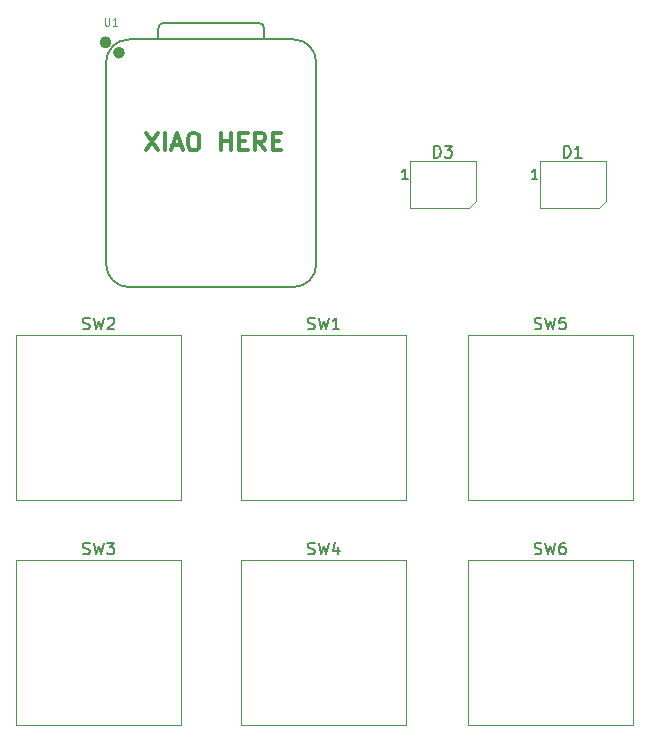
<source format=gbr>
%TF.GenerationSoftware,KiCad,Pcbnew,9.0.2*%
%TF.CreationDate,2025-07-08T20:10:04-07:00*%
%TF.ProjectId,Hackpad,4861636b-7061-4642-9e6b-696361645f70,rev?*%
%TF.SameCoordinates,Original*%
%TF.FileFunction,Legend,Top*%
%TF.FilePolarity,Positive*%
%FSLAX46Y46*%
G04 Gerber Fmt 4.6, Leading zero omitted, Abs format (unit mm)*
G04 Created by KiCad (PCBNEW 9.0.2) date 2025-07-08 20:10:04*
%MOMM*%
%LPD*%
G01*
G04 APERTURE LIST*
%ADD10C,0.300000*%
%ADD11C,0.150000*%
%ADD12C,0.101600*%
%ADD13C,0.120000*%
%ADD14C,0.504000*%
%ADD15C,0.127000*%
%ADD16C,0.100000*%
G04 APERTURE END LIST*
D10*
X146911653Y-92600828D02*
X147911653Y-94100828D01*
X147911653Y-92600828D02*
X146911653Y-94100828D01*
X148483081Y-94100828D02*
X148483081Y-92600828D01*
X149125939Y-93672257D02*
X149840225Y-93672257D01*
X148983082Y-94100828D02*
X149483082Y-92600828D01*
X149483082Y-92600828D02*
X149983082Y-94100828D01*
X150768796Y-92600828D02*
X151054510Y-92600828D01*
X151054510Y-92600828D02*
X151197367Y-92672257D01*
X151197367Y-92672257D02*
X151340224Y-92815114D01*
X151340224Y-92815114D02*
X151411653Y-93100828D01*
X151411653Y-93100828D02*
X151411653Y-93600828D01*
X151411653Y-93600828D02*
X151340224Y-93886542D01*
X151340224Y-93886542D02*
X151197367Y-94029400D01*
X151197367Y-94029400D02*
X151054510Y-94100828D01*
X151054510Y-94100828D02*
X150768796Y-94100828D01*
X150768796Y-94100828D02*
X150625939Y-94029400D01*
X150625939Y-94029400D02*
X150483081Y-93886542D01*
X150483081Y-93886542D02*
X150411653Y-93600828D01*
X150411653Y-93600828D02*
X150411653Y-93100828D01*
X150411653Y-93100828D02*
X150483081Y-92815114D01*
X150483081Y-92815114D02*
X150625939Y-92672257D01*
X150625939Y-92672257D02*
X150768796Y-92600828D01*
X153197367Y-94100828D02*
X153197367Y-92600828D01*
X153197367Y-93315114D02*
X154054510Y-93315114D01*
X154054510Y-94100828D02*
X154054510Y-92600828D01*
X154768796Y-93315114D02*
X155268796Y-93315114D01*
X155483082Y-94100828D02*
X154768796Y-94100828D01*
X154768796Y-94100828D02*
X154768796Y-92600828D01*
X154768796Y-92600828D02*
X155483082Y-92600828D01*
X156983082Y-94100828D02*
X156483082Y-93386542D01*
X156125939Y-94100828D02*
X156125939Y-92600828D01*
X156125939Y-92600828D02*
X156697368Y-92600828D01*
X156697368Y-92600828D02*
X156840225Y-92672257D01*
X156840225Y-92672257D02*
X156911654Y-92743685D01*
X156911654Y-92743685D02*
X156983082Y-92886542D01*
X156983082Y-92886542D02*
X156983082Y-93100828D01*
X156983082Y-93100828D02*
X156911654Y-93243685D01*
X156911654Y-93243685D02*
X156840225Y-93315114D01*
X156840225Y-93315114D02*
X156697368Y-93386542D01*
X156697368Y-93386542D02*
X156125939Y-93386542D01*
X157625939Y-93315114D02*
X158125939Y-93315114D01*
X158340225Y-94100828D02*
X157625939Y-94100828D01*
X157625939Y-94100828D02*
X157625939Y-92600828D01*
X157625939Y-92600828D02*
X158340225Y-92600828D01*
D11*
X171261905Y-94704819D02*
X171261905Y-93704819D01*
X171261905Y-93704819D02*
X171500000Y-93704819D01*
X171500000Y-93704819D02*
X171642857Y-93752438D01*
X171642857Y-93752438D02*
X171738095Y-93847676D01*
X171738095Y-93847676D02*
X171785714Y-93942914D01*
X171785714Y-93942914D02*
X171833333Y-94133390D01*
X171833333Y-94133390D02*
X171833333Y-94276247D01*
X171833333Y-94276247D02*
X171785714Y-94466723D01*
X171785714Y-94466723D02*
X171738095Y-94561961D01*
X171738095Y-94561961D02*
X171642857Y-94657200D01*
X171642857Y-94657200D02*
X171500000Y-94704819D01*
X171500000Y-94704819D02*
X171261905Y-94704819D01*
X172166667Y-93704819D02*
X172785714Y-93704819D01*
X172785714Y-93704819D02*
X172452381Y-94085771D01*
X172452381Y-94085771D02*
X172595238Y-94085771D01*
X172595238Y-94085771D02*
X172690476Y-94133390D01*
X172690476Y-94133390D02*
X172738095Y-94181009D01*
X172738095Y-94181009D02*
X172785714Y-94276247D01*
X172785714Y-94276247D02*
X172785714Y-94514342D01*
X172785714Y-94514342D02*
X172738095Y-94609580D01*
X172738095Y-94609580D02*
X172690476Y-94657200D01*
X172690476Y-94657200D02*
X172595238Y-94704819D01*
X172595238Y-94704819D02*
X172309524Y-94704819D01*
X172309524Y-94704819D02*
X172214286Y-94657200D01*
X172214286Y-94657200D02*
X172166667Y-94609580D01*
X169028571Y-96487295D02*
X168571428Y-96487295D01*
X168800000Y-96487295D02*
X168800000Y-95687295D01*
X168800000Y-95687295D02*
X168723809Y-95801580D01*
X168723809Y-95801580D02*
X168647619Y-95877771D01*
X168647619Y-95877771D02*
X168571428Y-95915866D01*
X182261905Y-94704819D02*
X182261905Y-93704819D01*
X182261905Y-93704819D02*
X182500000Y-93704819D01*
X182500000Y-93704819D02*
X182642857Y-93752438D01*
X182642857Y-93752438D02*
X182738095Y-93847676D01*
X182738095Y-93847676D02*
X182785714Y-93942914D01*
X182785714Y-93942914D02*
X182833333Y-94133390D01*
X182833333Y-94133390D02*
X182833333Y-94276247D01*
X182833333Y-94276247D02*
X182785714Y-94466723D01*
X182785714Y-94466723D02*
X182738095Y-94561961D01*
X182738095Y-94561961D02*
X182642857Y-94657200D01*
X182642857Y-94657200D02*
X182500000Y-94704819D01*
X182500000Y-94704819D02*
X182261905Y-94704819D01*
X183785714Y-94704819D02*
X183214286Y-94704819D01*
X183500000Y-94704819D02*
X183500000Y-93704819D01*
X183500000Y-93704819D02*
X183404762Y-93847676D01*
X183404762Y-93847676D02*
X183309524Y-93942914D01*
X183309524Y-93942914D02*
X183214286Y-93990533D01*
X180028571Y-96487295D02*
X179571428Y-96487295D01*
X179800000Y-96487295D02*
X179800000Y-95687295D01*
X179800000Y-95687295D02*
X179723809Y-95801580D01*
X179723809Y-95801580D02*
X179647619Y-95877771D01*
X179647619Y-95877771D02*
X179571428Y-95915866D01*
X179776667Y-128264450D02*
X179919524Y-128312069D01*
X179919524Y-128312069D02*
X180157619Y-128312069D01*
X180157619Y-128312069D02*
X180252857Y-128264450D01*
X180252857Y-128264450D02*
X180300476Y-128216830D01*
X180300476Y-128216830D02*
X180348095Y-128121592D01*
X180348095Y-128121592D02*
X180348095Y-128026354D01*
X180348095Y-128026354D02*
X180300476Y-127931116D01*
X180300476Y-127931116D02*
X180252857Y-127883497D01*
X180252857Y-127883497D02*
X180157619Y-127835878D01*
X180157619Y-127835878D02*
X179967143Y-127788259D01*
X179967143Y-127788259D02*
X179871905Y-127740640D01*
X179871905Y-127740640D02*
X179824286Y-127693021D01*
X179824286Y-127693021D02*
X179776667Y-127597783D01*
X179776667Y-127597783D02*
X179776667Y-127502545D01*
X179776667Y-127502545D02*
X179824286Y-127407307D01*
X179824286Y-127407307D02*
X179871905Y-127359688D01*
X179871905Y-127359688D02*
X179967143Y-127312069D01*
X179967143Y-127312069D02*
X180205238Y-127312069D01*
X180205238Y-127312069D02*
X180348095Y-127359688D01*
X180681429Y-127312069D02*
X180919524Y-128312069D01*
X180919524Y-128312069D02*
X181110000Y-127597783D01*
X181110000Y-127597783D02*
X181300476Y-128312069D01*
X181300476Y-128312069D02*
X181538572Y-127312069D01*
X182348095Y-127312069D02*
X182157619Y-127312069D01*
X182157619Y-127312069D02*
X182062381Y-127359688D01*
X182062381Y-127359688D02*
X182014762Y-127407307D01*
X182014762Y-127407307D02*
X181919524Y-127550164D01*
X181919524Y-127550164D02*
X181871905Y-127740640D01*
X181871905Y-127740640D02*
X181871905Y-128121592D01*
X181871905Y-128121592D02*
X181919524Y-128216830D01*
X181919524Y-128216830D02*
X181967143Y-128264450D01*
X181967143Y-128264450D02*
X182062381Y-128312069D01*
X182062381Y-128312069D02*
X182252857Y-128312069D01*
X182252857Y-128312069D02*
X182348095Y-128264450D01*
X182348095Y-128264450D02*
X182395714Y-128216830D01*
X182395714Y-128216830D02*
X182443333Y-128121592D01*
X182443333Y-128121592D02*
X182443333Y-127883497D01*
X182443333Y-127883497D02*
X182395714Y-127788259D01*
X182395714Y-127788259D02*
X182348095Y-127740640D01*
X182348095Y-127740640D02*
X182252857Y-127693021D01*
X182252857Y-127693021D02*
X182062381Y-127693021D01*
X182062381Y-127693021D02*
X181967143Y-127740640D01*
X181967143Y-127740640D02*
X181919524Y-127788259D01*
X181919524Y-127788259D02*
X181871905Y-127883497D01*
X179776667Y-109214450D02*
X179919524Y-109262069D01*
X179919524Y-109262069D02*
X180157619Y-109262069D01*
X180157619Y-109262069D02*
X180252857Y-109214450D01*
X180252857Y-109214450D02*
X180300476Y-109166830D01*
X180300476Y-109166830D02*
X180348095Y-109071592D01*
X180348095Y-109071592D02*
X180348095Y-108976354D01*
X180348095Y-108976354D02*
X180300476Y-108881116D01*
X180300476Y-108881116D02*
X180252857Y-108833497D01*
X180252857Y-108833497D02*
X180157619Y-108785878D01*
X180157619Y-108785878D02*
X179967143Y-108738259D01*
X179967143Y-108738259D02*
X179871905Y-108690640D01*
X179871905Y-108690640D02*
X179824286Y-108643021D01*
X179824286Y-108643021D02*
X179776667Y-108547783D01*
X179776667Y-108547783D02*
X179776667Y-108452545D01*
X179776667Y-108452545D02*
X179824286Y-108357307D01*
X179824286Y-108357307D02*
X179871905Y-108309688D01*
X179871905Y-108309688D02*
X179967143Y-108262069D01*
X179967143Y-108262069D02*
X180205238Y-108262069D01*
X180205238Y-108262069D02*
X180348095Y-108309688D01*
X180681429Y-108262069D02*
X180919524Y-109262069D01*
X180919524Y-109262069D02*
X181110000Y-108547783D01*
X181110000Y-108547783D02*
X181300476Y-109262069D01*
X181300476Y-109262069D02*
X181538572Y-108262069D01*
X182395714Y-108262069D02*
X181919524Y-108262069D01*
X181919524Y-108262069D02*
X181871905Y-108738259D01*
X181871905Y-108738259D02*
X181919524Y-108690640D01*
X181919524Y-108690640D02*
X182014762Y-108643021D01*
X182014762Y-108643021D02*
X182252857Y-108643021D01*
X182252857Y-108643021D02*
X182348095Y-108690640D01*
X182348095Y-108690640D02*
X182395714Y-108738259D01*
X182395714Y-108738259D02*
X182443333Y-108833497D01*
X182443333Y-108833497D02*
X182443333Y-109071592D01*
X182443333Y-109071592D02*
X182395714Y-109166830D01*
X182395714Y-109166830D02*
X182348095Y-109214450D01*
X182348095Y-109214450D02*
X182252857Y-109262069D01*
X182252857Y-109262069D02*
X182014762Y-109262069D01*
X182014762Y-109262069D02*
X181919524Y-109214450D01*
X181919524Y-109214450D02*
X181871905Y-109166830D01*
D12*
X143416190Y-82903479D02*
X143416190Y-83417526D01*
X143416190Y-83417526D02*
X143446428Y-83478002D01*
X143446428Y-83478002D02*
X143476666Y-83508241D01*
X143476666Y-83508241D02*
X143537142Y-83538479D01*
X143537142Y-83538479D02*
X143658095Y-83538479D01*
X143658095Y-83538479D02*
X143718571Y-83508241D01*
X143718571Y-83508241D02*
X143748809Y-83478002D01*
X143748809Y-83478002D02*
X143779047Y-83417526D01*
X143779047Y-83417526D02*
X143779047Y-82903479D01*
X144414047Y-83538479D02*
X144051190Y-83538479D01*
X144232618Y-83538479D02*
X144232618Y-82903479D01*
X144232618Y-82903479D02*
X144172142Y-82994193D01*
X144172142Y-82994193D02*
X144111666Y-83054669D01*
X144111666Y-83054669D02*
X144051190Y-83084907D01*
D11*
X160591667Y-128264450D02*
X160734524Y-128312069D01*
X160734524Y-128312069D02*
X160972619Y-128312069D01*
X160972619Y-128312069D02*
X161067857Y-128264450D01*
X161067857Y-128264450D02*
X161115476Y-128216830D01*
X161115476Y-128216830D02*
X161163095Y-128121592D01*
X161163095Y-128121592D02*
X161163095Y-128026354D01*
X161163095Y-128026354D02*
X161115476Y-127931116D01*
X161115476Y-127931116D02*
X161067857Y-127883497D01*
X161067857Y-127883497D02*
X160972619Y-127835878D01*
X160972619Y-127835878D02*
X160782143Y-127788259D01*
X160782143Y-127788259D02*
X160686905Y-127740640D01*
X160686905Y-127740640D02*
X160639286Y-127693021D01*
X160639286Y-127693021D02*
X160591667Y-127597783D01*
X160591667Y-127597783D02*
X160591667Y-127502545D01*
X160591667Y-127502545D02*
X160639286Y-127407307D01*
X160639286Y-127407307D02*
X160686905Y-127359688D01*
X160686905Y-127359688D02*
X160782143Y-127312069D01*
X160782143Y-127312069D02*
X161020238Y-127312069D01*
X161020238Y-127312069D02*
X161163095Y-127359688D01*
X161496429Y-127312069D02*
X161734524Y-128312069D01*
X161734524Y-128312069D02*
X161925000Y-127597783D01*
X161925000Y-127597783D02*
X162115476Y-128312069D01*
X162115476Y-128312069D02*
X162353572Y-127312069D01*
X163163095Y-127645402D02*
X163163095Y-128312069D01*
X162925000Y-127264450D02*
X162686905Y-127978735D01*
X162686905Y-127978735D02*
X163305952Y-127978735D01*
X141541667Y-128264450D02*
X141684524Y-128312069D01*
X141684524Y-128312069D02*
X141922619Y-128312069D01*
X141922619Y-128312069D02*
X142017857Y-128264450D01*
X142017857Y-128264450D02*
X142065476Y-128216830D01*
X142065476Y-128216830D02*
X142113095Y-128121592D01*
X142113095Y-128121592D02*
X142113095Y-128026354D01*
X142113095Y-128026354D02*
X142065476Y-127931116D01*
X142065476Y-127931116D02*
X142017857Y-127883497D01*
X142017857Y-127883497D02*
X141922619Y-127835878D01*
X141922619Y-127835878D02*
X141732143Y-127788259D01*
X141732143Y-127788259D02*
X141636905Y-127740640D01*
X141636905Y-127740640D02*
X141589286Y-127693021D01*
X141589286Y-127693021D02*
X141541667Y-127597783D01*
X141541667Y-127597783D02*
X141541667Y-127502545D01*
X141541667Y-127502545D02*
X141589286Y-127407307D01*
X141589286Y-127407307D02*
X141636905Y-127359688D01*
X141636905Y-127359688D02*
X141732143Y-127312069D01*
X141732143Y-127312069D02*
X141970238Y-127312069D01*
X141970238Y-127312069D02*
X142113095Y-127359688D01*
X142446429Y-127312069D02*
X142684524Y-128312069D01*
X142684524Y-128312069D02*
X142875000Y-127597783D01*
X142875000Y-127597783D02*
X143065476Y-128312069D01*
X143065476Y-128312069D02*
X143303572Y-127312069D01*
X143589286Y-127312069D02*
X144208333Y-127312069D01*
X144208333Y-127312069D02*
X143875000Y-127693021D01*
X143875000Y-127693021D02*
X144017857Y-127693021D01*
X144017857Y-127693021D02*
X144113095Y-127740640D01*
X144113095Y-127740640D02*
X144160714Y-127788259D01*
X144160714Y-127788259D02*
X144208333Y-127883497D01*
X144208333Y-127883497D02*
X144208333Y-128121592D01*
X144208333Y-128121592D02*
X144160714Y-128216830D01*
X144160714Y-128216830D02*
X144113095Y-128264450D01*
X144113095Y-128264450D02*
X144017857Y-128312069D01*
X144017857Y-128312069D02*
X143732143Y-128312069D01*
X143732143Y-128312069D02*
X143636905Y-128264450D01*
X143636905Y-128264450D02*
X143589286Y-128216830D01*
X141541667Y-109214450D02*
X141684524Y-109262069D01*
X141684524Y-109262069D02*
X141922619Y-109262069D01*
X141922619Y-109262069D02*
X142017857Y-109214450D01*
X142017857Y-109214450D02*
X142065476Y-109166830D01*
X142065476Y-109166830D02*
X142113095Y-109071592D01*
X142113095Y-109071592D02*
X142113095Y-108976354D01*
X142113095Y-108976354D02*
X142065476Y-108881116D01*
X142065476Y-108881116D02*
X142017857Y-108833497D01*
X142017857Y-108833497D02*
X141922619Y-108785878D01*
X141922619Y-108785878D02*
X141732143Y-108738259D01*
X141732143Y-108738259D02*
X141636905Y-108690640D01*
X141636905Y-108690640D02*
X141589286Y-108643021D01*
X141589286Y-108643021D02*
X141541667Y-108547783D01*
X141541667Y-108547783D02*
X141541667Y-108452545D01*
X141541667Y-108452545D02*
X141589286Y-108357307D01*
X141589286Y-108357307D02*
X141636905Y-108309688D01*
X141636905Y-108309688D02*
X141732143Y-108262069D01*
X141732143Y-108262069D02*
X141970238Y-108262069D01*
X141970238Y-108262069D02*
X142113095Y-108309688D01*
X142446429Y-108262069D02*
X142684524Y-109262069D01*
X142684524Y-109262069D02*
X142875000Y-108547783D01*
X142875000Y-108547783D02*
X143065476Y-109262069D01*
X143065476Y-109262069D02*
X143303572Y-108262069D01*
X143636905Y-108357307D02*
X143684524Y-108309688D01*
X143684524Y-108309688D02*
X143779762Y-108262069D01*
X143779762Y-108262069D02*
X144017857Y-108262069D01*
X144017857Y-108262069D02*
X144113095Y-108309688D01*
X144113095Y-108309688D02*
X144160714Y-108357307D01*
X144160714Y-108357307D02*
X144208333Y-108452545D01*
X144208333Y-108452545D02*
X144208333Y-108547783D01*
X144208333Y-108547783D02*
X144160714Y-108690640D01*
X144160714Y-108690640D02*
X143589286Y-109262069D01*
X143589286Y-109262069D02*
X144208333Y-109262069D01*
X160591667Y-109214450D02*
X160734524Y-109262069D01*
X160734524Y-109262069D02*
X160972619Y-109262069D01*
X160972619Y-109262069D02*
X161067857Y-109214450D01*
X161067857Y-109214450D02*
X161115476Y-109166830D01*
X161115476Y-109166830D02*
X161163095Y-109071592D01*
X161163095Y-109071592D02*
X161163095Y-108976354D01*
X161163095Y-108976354D02*
X161115476Y-108881116D01*
X161115476Y-108881116D02*
X161067857Y-108833497D01*
X161067857Y-108833497D02*
X160972619Y-108785878D01*
X160972619Y-108785878D02*
X160782143Y-108738259D01*
X160782143Y-108738259D02*
X160686905Y-108690640D01*
X160686905Y-108690640D02*
X160639286Y-108643021D01*
X160639286Y-108643021D02*
X160591667Y-108547783D01*
X160591667Y-108547783D02*
X160591667Y-108452545D01*
X160591667Y-108452545D02*
X160639286Y-108357307D01*
X160639286Y-108357307D02*
X160686905Y-108309688D01*
X160686905Y-108309688D02*
X160782143Y-108262069D01*
X160782143Y-108262069D02*
X161020238Y-108262069D01*
X161020238Y-108262069D02*
X161163095Y-108309688D01*
X161496429Y-108262069D02*
X161734524Y-109262069D01*
X161734524Y-109262069D02*
X161925000Y-108547783D01*
X161925000Y-108547783D02*
X162115476Y-109262069D01*
X162115476Y-109262069D02*
X162353572Y-108262069D01*
X163258333Y-109262069D02*
X162686905Y-109262069D01*
X162972619Y-109262069D02*
X162972619Y-108262069D01*
X162972619Y-108262069D02*
X162877381Y-108404926D01*
X162877381Y-108404926D02*
X162782143Y-108500164D01*
X162782143Y-108500164D02*
X162686905Y-108547783D01*
D13*
%TO.C,D3*%
X169200000Y-95000000D02*
X169200000Y-99000000D01*
X169200000Y-95000000D02*
X174800000Y-95000000D01*
X169200000Y-99000000D02*
X174200000Y-99000000D01*
X174800000Y-98400000D02*
X174200000Y-99000000D01*
X174800000Y-98400000D02*
X174800000Y-95000000D01*
%TO.C,D1*%
X180200000Y-95000000D02*
X180200000Y-99000000D01*
X180200000Y-95000000D02*
X185800000Y-95000000D01*
X180200000Y-99000000D02*
X185200000Y-99000000D01*
X185800000Y-98400000D02*
X185200000Y-99000000D01*
X185800000Y-98400000D02*
X185800000Y-95000000D01*
%TO.C,SW6*%
X174125000Y-128746250D02*
X188095000Y-128746250D01*
X174125000Y-142716250D02*
X174125000Y-128746250D01*
X188095000Y-128746250D02*
X188095000Y-142716250D01*
X188095000Y-142716250D02*
X174125000Y-142716250D01*
%TO.C,SW5*%
X174125000Y-109696250D02*
X188095000Y-109696250D01*
X174125000Y-123666250D02*
X174125000Y-109696250D01*
X188095000Y-109696250D02*
X188095000Y-123666250D01*
X188095000Y-123666250D02*
X174125000Y-123666250D01*
%TO.C,U1*%
D14*
X144845000Y-85830000D02*
G75*
G02*
X144341000Y-85830000I-252000J0D01*
G01*
X144341000Y-85830000D02*
G75*
G02*
X144845000Y-85830000I252000J0D01*
G01*
X143702000Y-84950000D02*
G75*
G02*
X143198000Y-84950000I-252000J0D01*
G01*
X143198000Y-84950000D02*
G75*
G02*
X143702000Y-84950000I252000J0D01*
G01*
D15*
X161290000Y-103759000D02*
G75*
G02*
X159385000Y-105664000I-1905000J0D01*
G01*
X159385000Y-84709000D02*
G75*
G02*
X161290000Y-86614000I0J-1905000D01*
G01*
X156404000Y-83299000D02*
G75*
G02*
X156904000Y-83799000I0J-500000D01*
G01*
X147908728Y-83798728D02*
G75*
G02*
X148408728Y-83299001I500018J-291D01*
G01*
X145415000Y-105664000D02*
G75*
G02*
X143510000Y-103759000I1J1905001D01*
G01*
X143510000Y-86614000D02*
G75*
G02*
X145415000Y-84709000I1905001J-1D01*
G01*
X161290000Y-103759000D02*
X161290000Y-86614000D01*
X159385000Y-84709000D02*
X145415000Y-84709000D01*
D16*
X159385000Y-84709000D02*
X145415000Y-84709000D01*
D15*
X156904000Y-83799000D02*
X156904000Y-84709000D01*
X148408728Y-83299000D02*
X156404000Y-83299000D01*
X147905000Y-84709000D02*
X147908728Y-83798728D01*
X145415000Y-105664000D02*
X159385000Y-105664000D01*
X143510000Y-103759000D02*
X143510000Y-86614000D01*
D13*
%TO.C,SW4*%
X154940000Y-128746250D02*
X168910000Y-128746250D01*
X154940000Y-142716250D02*
X154940000Y-128746250D01*
X168910000Y-128746250D02*
X168910000Y-142716250D01*
X168910000Y-142716250D02*
X154940000Y-142716250D01*
%TO.C,SW3*%
X135890000Y-128746250D02*
X149860000Y-128746250D01*
X135890000Y-142716250D02*
X135890000Y-128746250D01*
X149860000Y-128746250D02*
X149860000Y-142716250D01*
X149860000Y-142716250D02*
X135890000Y-142716250D01*
%TO.C,SW2*%
X135890000Y-109696250D02*
X149860000Y-109696250D01*
X135890000Y-123666250D02*
X135890000Y-109696250D01*
X149860000Y-109696250D02*
X149860000Y-123666250D01*
X149860000Y-123666250D02*
X135890000Y-123666250D01*
%TO.C,SW1*%
X154940000Y-109696250D02*
X168910000Y-109696250D01*
X154940000Y-123666250D02*
X154940000Y-109696250D01*
X168910000Y-109696250D02*
X168910000Y-123666250D01*
X168910000Y-123666250D02*
X154940000Y-123666250D01*
%TD*%
M02*

</source>
